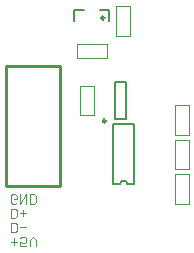
<source format=gbo>
G04 Layer_Color=32896*
%FSLAX25Y25*%
%MOIN*%
G70*
G01*
G75*
%ADD29C,0.00984*%
%ADD30C,0.00394*%
%ADD31C,0.00787*%
D29*
X33012Y79618D02*
G03*
X33012Y79618I-492J0D01*
G01*
X33496Y45228D02*
G03*
X33496Y45228I-492J0D01*
G01*
X18374Y23618D02*
Y63618D01*
X264Y23618D02*
X18374D01*
X264D02*
Y63618D01*
X18374D01*
D30*
X36957Y73697D02*
X41681D01*
X36957D02*
Y83539D01*
X41681D01*
Y73697D02*
Y83539D01*
X33740Y66256D02*
Y70980D01*
X23898Y66256D02*
X33740D01*
X23898D02*
Y70980D01*
X33740D01*
X24957Y47197D02*
X29681D01*
X24957D02*
Y57039D01*
X29681D01*
Y47197D02*
Y57039D01*
X56457Y40697D02*
X61181D01*
X56457D02*
Y50539D01*
X61181D01*
Y40697D02*
Y50539D01*
X56457Y39039D02*
X61181D01*
Y29197D02*
Y39039D01*
X56457Y29197D02*
X61181D01*
X56457D02*
Y39039D01*
Y27539D02*
X61181D01*
Y17697D02*
Y27539D01*
X56457Y17697D02*
X61181D01*
X56457D02*
Y27539D01*
X1772Y5021D02*
X3871D01*
X2821Y3972D02*
Y6071D01*
X7019Y3447D02*
X4920D01*
Y5021D01*
X5970Y4497D01*
X6494D01*
X7019Y5021D01*
Y6071D01*
X6494Y6596D01*
X5445D01*
X4920Y6071D01*
X8069Y3447D02*
Y5546D01*
X9118Y6596D01*
X10168Y5546D01*
Y3447D01*
X1772Y8170D02*
Y11319D01*
X3346D01*
X3871Y10794D01*
Y8695D01*
X3346Y8170D01*
X1772D01*
X4920Y9745D02*
X7019D01*
X1772Y12894D02*
Y16042D01*
X3346D01*
X3871Y15517D01*
Y13418D01*
X3346Y12894D01*
X1772D01*
X4920Y14468D02*
X7019D01*
X5970Y13418D02*
Y15517D01*
X3871Y18142D02*
X3346Y17617D01*
X2296D01*
X1772Y18142D01*
Y20241D01*
X2296Y20765D01*
X3346D01*
X3871Y20241D01*
Y19191D01*
X2821D01*
X4920Y20765D02*
Y17617D01*
X7019Y20765D01*
Y17617D01*
X8069D02*
Y20765D01*
X9643D01*
X10168Y20241D01*
Y18142D01*
X9643Y17617D01*
X8069D01*
D31*
X40699Y24118D02*
G03*
X38199Y24118I-1250J0D01*
G01*
X36043D02*
Y44118D01*
X42854D01*
Y24118D02*
Y44118D01*
X40699Y24118D02*
X42854D01*
X36043D02*
X38199D01*
X34724Y78437D02*
Y82374D01*
X31575D02*
X34724D01*
X22913Y78437D02*
Y82374D01*
X26063D01*
X36547Y46016D02*
X40091D01*
X36547Y58220D02*
X40091D01*
X36547Y46016D02*
Y58220D01*
X40091Y46016D02*
Y58220D01*
M02*

</source>
